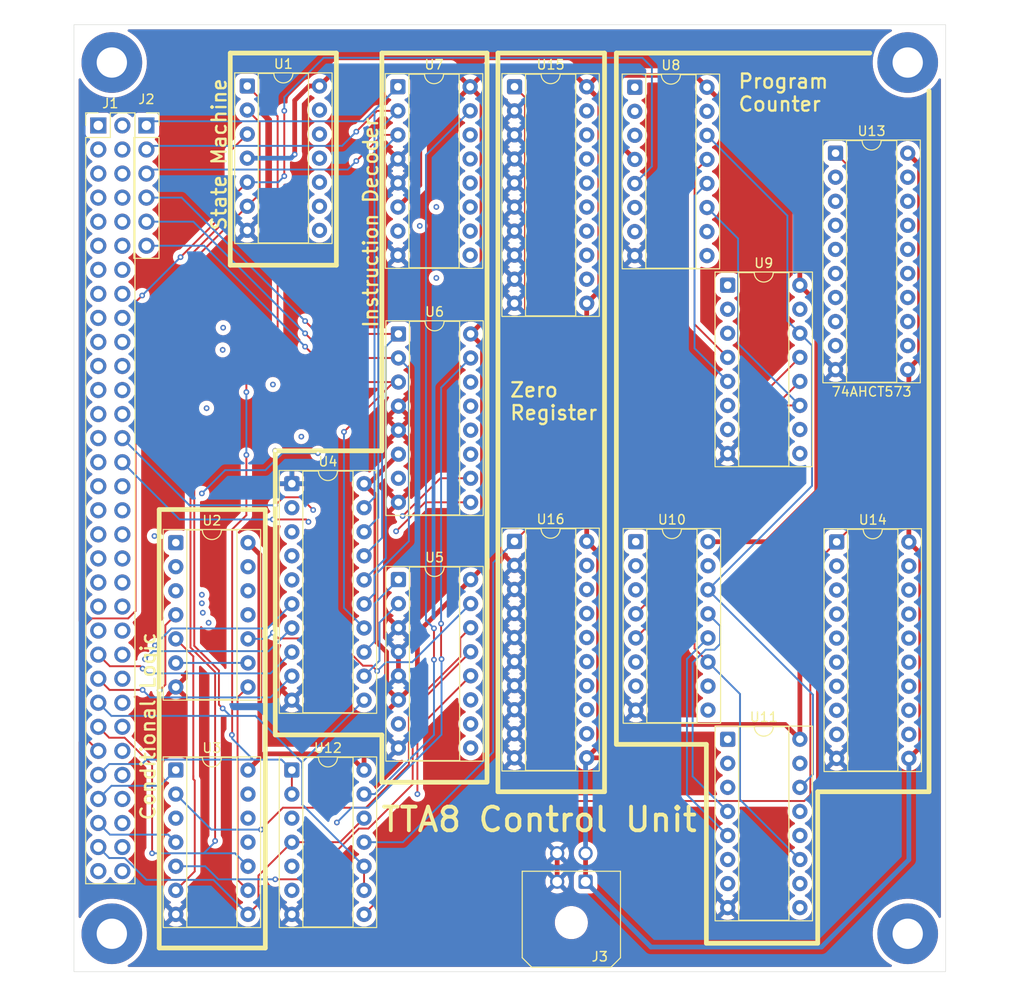
<source format=kicad_pcb>
(kicad_pcb (version 20241229) (generator "pcbnew") (generator_version "9.0")
  (title_block (title "TTA8 Control Unit") (date "2025-03-04") (rev "0"))
  (layers (0 "F.Cu" signal) (4 "In1.Cu" signal) (6 "In2.Cu" signal) (2 "B.Cu" signal) (13 "F.Paste" user) (15 "B.Paste" user) (5 "F.SilkS" user "F.Silkscreen") (7 "B.SilkS" user "B.Silkscreen") (1 "F.Mask" user) (3 "B.Mask" user) (25 "Edge.Cuts" user))
  (net 0 "")
  (net 1 "LDI")
  (net 2 "EXC")
  (net 3 "A13")
  (net 4 "SRC5")
  (net 5 "D6")
  (net 6 "A14")
  (net 7 "D1")
  (net 8 "T9")
  (net 9 "T8")
  (net 10 "DST6")
  (net 11 "A15")
  (net 12 "src0")
  (net 13 "T0")
  (net 14 "A4")
  (net 15 "DST1")
  (net 16 "A0")
  (net 17 "T15")
  (net 18 "T14")
  (net 19 "T7")
  (net 20 "A6")
  (net 21 "T1")
  (net 22 "DST2")
  (net 23 "D7")
  (net 24 "T13")
  (net 25 "A3")
  (net 26 "ZERO")
  (net 27 "D2")
  (net 28 "A7")
  (net 29 "MVI")
  (net 30 "{slash}R")
  (net 31 "A9")
  (net 32 "DST4")
  (net 33 "T6")
  (net 34 "SRC1")
  (net 35 "A12")
  (net 36 "SRC3")
  (net 37 "D4")
  (net 38 "T4")
  (net 39 "DST3")
  (net 40 "A1")
  (net 41 "A2")
  (net 42 "T5")
  (net 43 "SRC2")
  (net 44 "T2")
  (net 45 "A8")
  (net 46 "dst0")
  (net 47 "A10")
  (net 48 "D5")
  (net 49 "SRC7")
  (net 50 "D3")
  (net 51 "D0")
  (net 52 "A5")
  (net 53 "CLK")
  (net 54 "MOV")
  (net 55 "SRC6")
  (net 56 "DST7")
  (net 57 "CARRY")
  (net 58 "A11")
  (net 59 "DST5")
  (net 60 "T3")
  (net 61 "T12")
  (net 62 "T11")
  (net 63 "T10")
  (net 64 "SRC4")
  (net 65 "GND")
  (net 66 "+5V")
  (net 67 "srce2")
  (net 68 "dste0")
  (net 69 "srce0")
  (net 70 "dste2")
  (net 71 "dste1")
  (net 72 "srce1")
  (net 79 "R")
  (net 82 "Net-(U2-Pad6)")
  (net 84 "mv")
  (net 87 "Net-(U2-Pad4)")
  (net 88 "mvz")
  (net 89 "mvc")
  (net 93 "Net-(U2-Pad5)")
  (net 95 "Net-(U2-Pad8)")
  (net 96 "Net-(U4-Q7)")
  (net 97 "Net-(U4-Q6)")
  (net 102 "a2")
  (net 103 "a3")
  (net 104 "Net-(U10-UP)")
  (net 105 "a0")
  (net 106 "a1")
  (net 107 "Net-(U10-DOWN)")
  (net 108 "a7")
  (net 109 "a5")
  (net 110 "Net-(U10-~{LOAD})")
  (net 111 "a6")
  (net 112 "a4")
  (net 113 "a10")
  (net 114 "a11")
  (net 115 "a9")
  (net 116 "a8")
  (net 117 "Net-(U10-~{BO})")
  (net 118 "a13")
  (net 119 "a14")
  (net 120 "a12")
  (net 121 "a15")
  (net 122 "Net-(U10-~{CO})")
  (net 123 "Net-(U8-~{CO})")
  (net 124 "Net-(U8-~{BO})")
  (net 131 "Net-(U13-OE)")
  (net 132 "Net-(U15-OE)")
  (footprint "Connector_PinSocket_2.54mm:PinSocket_1x06_P2.54mm_Vertical" (layer "F.Cu") (at 62.65 57.645)
    (property "Reference" "J2")
    (property "Value" "Conn_01x06")
  )
  (footprint "Package_DIP:DIP-16_W7.62mm_Socket" (layer "F.Cu") (at 89.25 105.6)
    (property "Reference" "U5")
    (property "Value" "74HCT238")
  )
  (footprint "MountingHole:MountingHole_3.2mm_M3_Pad" (layer "F.Cu") (at 59 143)
    (property "Reference" "H3" (hide yes))
    (property "Value" "MountingHole_Pad" (hide yes))
  )
  (footprint "MountingHole:MountingHole_3.2mm_M3_Pad" (layer "F.Cu") (at 143 51)
    (property "Reference" "H2" (hide yes))
    (property "Value" "MountingHole_Pad" (hide yes))
  )
  (footprint "Package_DIP:DIP-20_W7.62mm_Socket" (layer "F.Cu") (at 135.38 60.57)
    (property "Reference" "U13")
    (property "Value" "74AHCT573")
  )
  (footprint "Connector_PinHeader_2.54mm:PinHeader_2x32_P2.54mm_Vertical" (layer "F.Cu") (at 57.57 57.645)
    (property "Reference" "J1")
    (property "Value" "Conn_02x32_Counter_Clockwise")
  )
  (footprint "Package_DIP:DIP-16_W7.62mm_Socket" (layer "F.Cu") (at 114.195 53.61)
    (property "Reference" "U8")
    (property "Value" "74HCT193")
  )
  (footprint "Package_DIP:DIP-16_W7.62mm_Socket" (layer "F.Cu") (at 123.995 74.51)
    (property "Reference" "U9")
    (property "Value" "74HCT193")
  )
  (footprint "Package_DIP:DIP-20_W7.62mm_Socket" (layer "F.Cu") (at 78 95.47)
    (property "Reference" "U4")
    (property "Value" "74AHCT573")
  )
  (footprint "MountingHole:MountingHole_3.2mm_M3_Pad" (layer "F.Cu") (at 59 51)
    (property "Reference" "H1" (hide yes))
    (property "Value" "MountingHole_Pad" (hide yes))
  )
  (footprint "Package_DIP:DIP-14_W7.62mm_Socket" (layer "F.Cu") (at 65.75 125.71)
    (property "Reference" "U3")
    (property "Value" "74AHCT08")
  )
  (footprint "Package_DIP:DIP-14_W7.62mm_Socket" (layer "F.Cu") (at 73.295 53.48)
    (property "Reference" "U1")
    (property "Value" "74AHCT74")
  )
  (footprint "Package_DIP:DIP-16_W7.62mm_Socket" (layer "F.Cu") (at 89.195 53.56)
    (property "Reference" "U7")
    (property "Value" "74HCT238")
  )
  (footprint "Package_DIP:DIP-16_W7.62mm_Socket" (layer "F.Cu") (at 114.3 101.6)
    (property "Reference" "U10")
    (property "Value" "74HCT193")
  )
  (footprint "Package_DIP:DIP-16_W7.62mm_Socket" (layer "F.Cu") (at 124 122.46)
    (property "Reference" "U11")
    (property "Value" "74HCT193")
  )
  (footprint "Package_DIP:DIP-14_W7.62mm_Socket" (layer "F.Cu") (at 65.75 101.7)
    (property "Reference" "U2")
    (property "Value" "74AHCT32")
  )
  (footprint "Package_DIP:DIP-16_W7.62mm_Socket" (layer "F.Cu") (at 89.25 79.66)
    (property "Reference" "U6")
    (property "Value" "74HCT238")
  )
  (footprint "Connector_Molex:Molex_Micro-Fit_3.0_43045-0400_2x02_P3.00mm_Horizontal" (layer "F.Cu") (at 109 137.5 180)
    (property "Reference" "J3")
    (property "Value" "Conn_02x02_Odd_Even")
  )
  (footprint "MountingHole:MountingHole_3.2mm_M3_Pad" (layer "F.Cu") (at 143 143)
    (property "Reference" "H4" (hide yes))
    (property "Value" "MountingHole_Pad" (hide yes))
  )
  (footprint "Package_DIP:DIP-20_W7.62mm_Socket" (layer "F.Cu") (at 101.5 53.56)
    (property "Reference" "U15")
    (property "Value" "74AHCT573")
  )
  (footprint "Package_DIP:DIP-20_W7.62mm_Socket" (layer "F.Cu") (at 135.5 101.62)
    (property "Reference" "U14")
    (property "Value" "74AHCT573")
  )
  (footprint "Package_DIP:DIP-14_W7.62mm_Socket" (layer "F.Cu") (at 78 125.71)
    (property "Reference" "U12")
    (property "Value" "74AHCT00")
  )
  (footprint "Package_DIP:DIP-20_W7.62mm_Socket" (layer "F.Cu") (at 101.5 101.56)
    (property "Reference" "U16")
    (property "Value" "74AHCT573")
  )
  (gr_line (start 121.75 123) (end 121.75 144) (stroke (width 0.5)) (layer "F.SilkS"))
  (gr_line (start 87.5 50) (end 98.6 50) (stroke (width 0.5)) (layer "F.SilkS"))
  (gr_line (start 111 128) (end 111 50) (stroke (width 0.5)) (layer "F.SilkS"))
  (gr_line (start 112.25 50) (end 112.25 123) (stroke (width 0.5)) (layer "F.SilkS"))
  (gr_line (start 98.5 127) (end 87.5 127) (stroke (width 0.5)) (layer "F.SilkS"))
  (gr_line (start 112.25 123) (end 121.75 123) (stroke (width 0.5)) (layer "F.SilkS"))
  (gr_line (start 76.25 122) (end 76.25 92) (stroke (width 0.5)) (layer "F.SilkS"))
  (gr_line (start 99.75 50) (end 99.75 128) (stroke (width 0.5)) (layer "F.SilkS"))
  (gr_line (start 145.25 128) (end 145.25 54) (stroke (width 0.5)) (layer "F.SilkS"))
  (gr_line (start 82.7 72.4) (end 71.5 72.4) (stroke (width 0.5)) (layer "F.SilkS"))
  (gr_line (start 82.7 50) (end 71.5 50) (stroke (width 0.5)) (layer "F.SilkS"))
  (gr_line (start 75.2 98.2) (end 64 98.2) (stroke (width 0.5)) (layer "F.SilkS"))
  (gr_line (start 75.2 144.5) (end 75.2 98.2) (stroke (width 0.5)) (layer "F.SilkS"))
  (gr_line (start 87.5 122) (end 76.25 122) (stroke (width 0.5)) (layer "F.SilkS"))
  (gr_line (start 139 50) (end 112.25 50) (stroke (width 0.5)) (layer "F.SilkS"))
  (gr_line (start 121.75 144) (end 133.5 144) (stroke (width 0.5)) (layer "F.SilkS"))
  (gr_line (start 133.5 144) (end 133.5 128) (stroke (width 0.5)) (layer "F.SilkS"))
  (gr_line (start 71.5 50) (end 71.5 72.4) (stroke (width 0.5)) (layer "F.SilkS"))
  (gr_line (start 82.7 50) (end 82.7 72.4) (stroke (width 0.5)) (layer "F.SilkS"))
  (gr_line (start 99.75 128) (end 111 128) (stroke (width 0.5)) (layer "F.SilkS"))
  (gr_line (start 76.25 92) (end 87.5 92) (stroke (width 0.5)) (layer "F.SilkS"))
  (gr_line (start 133.5 128) (end 145.25 128) (stroke (width 0.5)) (layer "F.SilkS"))
  (gr_line (start 87.5 92) (end 87.5 50) (stroke (width 0.5)) (layer "F.SilkS"))
  (gr_line (start 87.5 127) (end 87.5 122) (stroke (width 0.5)) (layer "F.SilkS"))
  (gr_line (start 64 144.5) (end 75.2 144.5) (stroke (width 0.5)) (layer "F.SilkS"))
  (gr_line (start 111 50) (end 99.75 50) (stroke (width 0.5)) (layer "F.SilkS"))
  (gr_line (start 64 98.2) (end 64 144.5) (stroke (width 0.5)) (layer "F.SilkS"))
  (gr_line (start 98.6 50) (end 98.6 127) (stroke (width 0.5)) (layer "F.SilkS"))
  (gr_rect (start 55 47) (end 147 147) (stroke (width 0.05)) (fill no) (layer "Edge.Cuts"))
  (gr_text "TTA8 Control Unit" (at 104.1 132.4 0) (layer "F.SilkS") (effects (font (size 2.5 2.5) (thickness 0.4)) (justify bottom)))
  (gr_text "Zero \nRegister" (at 100.9 84.7 0) (layer "F.SilkS") (effects (font (size 1.5 1.5) (thickness 0.25)) (justify left top)))
  (gr_text "State Machine" (at 71.2 60.7 90) (layer "F.SilkS") (effects (font (size 1.5 1.5) (thickness 0.25)) (justify bottom)))
  (gr_text "Instruction Decoder" (at 87.2 67.9 90) (layer "F.SilkS") (effects (font (size 1.5 1.5) (thickness 0.25)) (justify bottom)))
  (gr_text "Conditional Logic" (at 63.7 121.1 90) (layer "F.SilkS") (effects (font (size 1.5 1.5) (thickness 0.25)) (justify bottom)))
  (gr_text "Program \nCounter" (at 125 52.1 0) (layer "F.SilkS") (effects (font (size 1.5 1.5) (thickness 0.25)) (justify left top)))
  (segment (start 85.62 138.41) (end 85.62 135.87) (width 0.2) (layer "F.Cu") (net 1))
  (segment (start 73.295 66.18) (end 67.701 71.774) (width 0.2) (layer "F.Cu") (net 1))
  (segment (start 74.6 64.875) (end 74.6 57.325) (width 0.2) (layer "F.Cu") (net 1))
  (segment (start 73.295 66.18) (end 74.6 64.875) (width 0.2) (layer "F.Cu") (net 1))
  (segment (start 67.701 112.59895) (end 70.301 115.19895) (width 0.2) (layer "F.Cu") (net 1))
  (segment (start 70.301 115.19895) (end 70.301 118.806) (width 0.2) (layer "F.Cu") (net 1))
  (segment (start 67.701 71.774) (end 67.701 112.59895) (width 0.2) (layer "F.Cu") (net 1))
  (segment (start 74.6 57.325) (end 73.295 56.02) (width 0.2) (layer "F.Cu") (net 1))
  (segment (start 70.301 118.806) (end 70.7 119.205) (width 0.2) (layer "F.Cu") (net 1))
  (via (at 70.7 119.205) (size 0.6) (drill 0.3) (layers "F.Cu" "B.Cu") (net 1))
  (segment (start 71.5 119.994) (end 58.959 119.994) (width 0.2) (layer "B.Cu") (net 1))
  (segment (start 70.711 119.205) (end 71.5 119.994) (width 0.2) (layer "B.Cu") (net 1))
  (segment (start 74.17016 119.994) (end 71.5 119.994) (width 0.2) (layer "B.Cu") (net 1))
  (segment (start 79.101 124.92484) (end 74.17016 119.994) (width 0.2) (layer "B.Cu") (net 1))
  (segment (start 85.62 135.87) (end 79.101 129.351) (width 0.2) (layer "B.Cu") (net 1))
  (segment (start 79.101 129.351) (end 79.101 125.5) (width 0.2) (layer "B.Cu") (net 1))
  (segment (start 79.101 124.849) (end 79.101 125.5) (width 0.2) (layer "B.Cu") (net 1))
  (segment (start 70.7 119.205) (end 70.711 119.205) (width 0.2) (layer "B.Cu") (net 1))
  (segment (start 79.101 125.5) (end 79.101 124.92484) (width 0.2) (layer "B.Cu") (net 1))
  (segment (start 58.959 119.994) (end 57.57 118.605) (width 0.2) (layer "B.Cu") (net 1))
  (segment (start 85.62 118.33) (end 79.101 124.849) (width 0.2) (layer "B.Cu") (net 1))
  (segment (start 71.901 65.034) (end 71.901 66.749) (width 0.2) (layer "F.Cu") (net 2))
  (segment (start 71.901 66.749) (end 67.3 71.35) (width 0.2) (layer "F.Cu") (net 2))
  (segment (start 69.9 115.36505) (end 69.9 133.2) (width 0.2) (layer "F.Cu") (net 2))
  (segment (start 58.721 122.296) (end 57.57 121.145) (width 0.2) (layer "F.Cu") (net 2))
  (segment (start 60.34876 122.296) (end 58.721 122.296) (width 0.2) (layer "F.Cu") (net 2))
  (segment (start 67.3 71.35) (end 67.3 112.76505) (width 0.2) (layer "F.Cu") (net 2))
  (segment (start 63.25 125.19724) (end 60.34876 122.296) (width 0.2) (layer "F.Cu") (net 2))
  (segment (start 73.295 63.64) (end 71.901 65.034) (width 0.2) (layer "F.Cu") (net 2))
  (segment (start 67.3 112.76505) (end 69.9 115.36505) (width 0.2) (layer "F.Cu") (net 2))
  (segment (start 77.2 56.1) (end 77.2 63) (width 0.2) (layer "F.Cu") (net 2))
  (segment (start 63.25 134.5) (end 63.25 125.19724) (width 0.2) (layer "F.Cu") (net 2))
  (via (at 69.9 133.2) (size 0.6) (drill 0.3) (layers "F.Cu" "B.Cu") (net 2))
  (via (at 77.2 56.1) (size 0.6) (drill 0.3) (layers "F.Cu" "B.Cu") (net 2))
  (via (at 77.2 63) (size 0.6) (drill 0.3) (layers "F.Cu" "B.Cu") (net 2))
  (via (at 63.25 134.5) (size 0.6) (drill 0.3) (layers "F.Cu" "B.Cu") (net 2))
  (segment (start 116 61.965) (end 114.195 63.77) (width 0.2) (layer "B.Cu") (net 2))
  (segment (start 72 134.5) (end 68.7 134.5) (width 0.2) (layer "B.Cu") (net 2))
  (segment (start 76.56 63.64) (end 73.295 63.64) (width 0.2) (layer "B.Cu") (net 2))
  (segment (start 77.2 56.1) (end 77.2 54.6483) (width 0.2) (layer "B.Cu") (net 2))
  (segment (start 69.9 133.2) (end 69.9 133.3) (width 0.2) (layer "B.Cu") (net 2))
  (segment (start 116 51.5) (end 116 61.965) (width 0.2) (layer "B.Cu") (net 2))
  (segment (start 73.37 135.87) (end 72 134.5) (width 0.2) (layer "B.Cu") (net 2))
  (segment (start 81.3483 50.5) (end 115 50.5) (width 0.2) (layer "B.Cu") (net 2))
  (segment (start 115 50.5) (end 116 51.5) (width 0.2) (layer "B.Cu") (net 2))
  (segment (start 68.7 134.5) (end 63.25 134.5) (width 0.2) (layer "B.Cu") (net 2))
  (segment (start 77.2 63) (end 76.56 63.64) (width 0.2) (layer "B.Cu") (net 2))
  (segment (start 77.2 54.6483) (end 81.3483 50.5) (width 0.2) (layer "B.Cu") (net 2))
  (segment (start 69.9 133.3) (end 68.7 134.5) (width 0.2) (layer "B.Cu") (net 2))
  (via (at 91.5 68.25) (size 0.6) (drill 0.3) (layers "F.Cu" "B.Cu") (net 4))
  (segment (start 62.25 115) (end 62 114.75) (width 0.2) (layer "F.Cu") (net 5))
  (segment (start 62 114.75) (end 58.795 114.75) (width 0.2) (layer "F.Cu") (net 5))
  (segment (start 58.795 114.75) (end 57.57 113.525) (width 0.2) (layer "F.Cu") (net 5))
  (via (at 62.25 115) (size 0.6) (drill 0.3) (layers "F.Cu" "B.Cu") (net 5))
  (segment (start 62.751 115.501) (end 62.25 115) (width 0.2) (layer "B.Cu") (net 5))
  (segment (start 75.749 115.501) (end 62.751 115.501) (width 0.2) (layer "B.Cu") (net 5))
  (segment (start 78 113.25) (end 75.749 115.501) (width 0.2) (layer "B.Cu") (net 5))
  (via (at 68.5 108.1) (size 0.6) (drill 0.3) (layers "F.Cu" "B.Cu") (net 7))
  (segment (start 79.5 99.25) (end 76 99.25) (width 0.2) (layer "F.Cu") (net 10))
  (segment (start 89 100.5) (end 92.06 97.44) (width 0.2) (layer "F.Cu") (net 10))
  (segment (start 79.75 99.5) (end 79.5 99.25) (width 0.2) (layer "F.Cu") (net 10))
  (segment (start 92.06 97.44) (end 96.87 97.44) (width 0.2) (layer "F.Cu") (net 10))
  (via (at 76 99.25) (size 0.6) (drill 0.3) (layers "F.Cu" "B.Cu") (net 10))
  (via (at 89 100.5) (size 0.6) (drill 0.3) (layers "F.Cu" "B.Cu") (net 10))
  (via (at 79.75 99.5) (size 0.6) (drill 0.3) (layers "F.Cu" "B.Cu") (net 10))
  (segment (start 76 99.25) (end 66.155 99.25) (width 0.2) (layer "B.Cu") (net 10))
  (segment (start 66.155 99.25) (end 60.11 93.205) (width 0.2) (layer "B.Cu") (net 10))
  (segment (start 93 110.75) (end 93 114.059) (width 0.2) (layer "F.Cu") (net 12))
  (via (at 93 110.75) (size 0.6) (drill 0.3) (layers "F.Cu" "B.Cu") (net 12))
  (via (at 93 114.059) (size 0.6) (drill 0.3) (layers "F.Cu" "B.Cu") (net 12))
  (segment (start 86.75137 128.25) (end 85.62 128.25) (width 0.2) (layer "B.Cu") (net 12))
  (segment (start 93 122.00137) (end 86.75137 128.25) (width 0.2) (layer "B.Cu") (net 12))
  (segment (start 92.15355 109.90355) (end 93 110.75) (width 0.2) (layer "B.Cu") (net 12))
  (segment (start 93 114.059) (end 93 122.00137) (width 0.2) (layer "B.Cu") (net 12))
  (segment (start 92.15355 60.76145) (end 92.15355 109.90355) (width 0.2) (layer "B.Cu") (net 12))
  (segment (start 96.815 56.1) (end 92.15355 60.76145) (width 0.2) (layer "B.Cu") (net 12))
  (via (at 70.75 79) (size 0.6) (drill 0.3) (layers "F.Cu" "B.Cu") (net 15))
  (via (at 70.7 81.341) (size 0.6) (drill 0.3) (layers "F.Cu" "B.Cu") (net 22))
  (segment (start 58.755 117.25) (end 57.57 116.065) (width 0.2) (layer "F.Cu") (net 23))
  (segment (start 62.25 117.25) (end 58.755 117.25) (width 0.2) (layer "F.Cu") (net 23))
  (via (at 62.25 117.25) (size 0.6) (drill 0.3) (layers "F.Cu" "B.Cu") (net 23))
  (segment (start 75.749 118.041) (end 63.041 118.041) (width 0.2) (layer "B.Cu") (net 23))
  (segment (start 78 115.79) (end 75.749 118.041) (width 0.2) (layer "B.Cu") (net 23))
  (segment (start 63.041 118.041) (end 62.25 117.25) (width 0.2) (layer "B.Cu") (net 23))
  (segment (start 65.75 133.33) (end 64.950001 132.530001) (width 0.2) (layer "B.Cu") (net 26))
  (segment (start 64.950001 132.530001) (end 58.795001 132.530001) (width 0.2) (layer "B.Cu") (net 26))
  (segment (start 58.795001 132.530001) (end 57.57 131.305) (width 0.2) (layer "B.Cu") (net 26))
  (via (at 68.6 109.1) (size 0.6) (drill 0.3) (layers "F.Cu" "B.Cu") (net 27))
  (segment (start 91.25 128.25) (end 91.25 121.38) (width 0.2) (layer "F.Cu") (net 29))
  (segment (start 91.25 121.38) (end 96.87 115.76) (width 0.2) (layer "F.Cu") (net 29))
  (via (at 91.25 128.25) (size 0.6) (drill 0.3) (layers "F.Cu" "B.Cu") (net 29))
  (segment (start 73.2 85.8) (end 73.2 83.7) (width 0.2) (layer "F.Cu") (net 30))
  (segment (start 71.7 121.969) (end 71.7 100.3) (width 0.2) (layer "F.Cu") (net 30))
  (segment (start 73.2 92.439) (end 73.2 98.8) (width 0.2) (layer "F.Cu") (net 30))
  (segment (start 71.669 122) (end 71.7 121.969) (width 0.2) (layer "F.Cu") (net 30))
  (segment (start 76.5 56.685) (end 73.295 53.48) (width 0.2) (layer "F.Cu") (net 30))
  (segment (start 76.5 80.4) (end 76.5 56.685) (width 0.2) (layer "F.Cu") (net 30))
  (segment (start 73.2 83.7) (end 76.5 80.4) (width 0.2) (layer "F.Cu") (net 30))
  (segment (start 78 125.71) (end 78 128.25) (width 0.2) (layer "F.Cu") (net 30))
  (segment (start 71.7 100.3) (end 73.2 98.8) (width 0.2) (layer "F.Cu") (net 30))
  (via (at 73.2 92.439) (size 0.6) (drill 0.3) (layers "F.Cu" "B.Cu") (net 30))
  (via (at 71.669 122) (size 0.6) (drill 0.3) (layers "F.Cu" "B.Cu") (net 30))
  (via (at 73.2 85.8) (size 0.6) (drill 0.3) (layers "F.Cu" "B.Cu") (net 30))
  (segment (start 62.187 125.074) (end 58.721 125.074) (width 0.2) (layer "B.Cu") (net 30))
  (segment (start 62.652 124.609) (end 62.187 125.074) (width 0.2) (layer "B.Cu") (net 30))
  (segment (start 78 125.71) (end 76.899 124.609) (width 0.2) (layer "B.Cu") (net 30))
  (segment (start 58.721 125.074) (end 57.57 126.225) (width 0.2) (layer "B.Cu") (net 30))
  (segment (start 73.2 85.8) (end 73.2 92.439) (width 0.2) (layer "B.Cu") (net 30))
  (segment (start 71.669 122) (end 71.7 122.031) (width 0.2) (layer "B.Cu") (net 30))
  (segment (start 76.899 124.609) (end 74.5 124.609) (width 0.2) (layer "B.Cu") (net 30))
  (segment (start 71.7 122.031) (end 71.7 122.4) (width 0.2) (layer "B.Cu") (net 30))
  (segment (start 71.7 122.4) (end 73.909 124.609) (width 0.2) (layer "B.Cu") (net 30))
  (segment (start 73.909 124.609) (end 74.5 124.609) (width 0.2) (layer "B.Cu") (net 30))
  (segment (start 74.5 124.609) (end 62.652 124.609) (width 0.2) (layer "B.Cu") (net 30))
  (via (at 79 90.5) (size 0.6) (drill 0.3) (layers "F.Cu" "B.Cu") (net 32))
  (via (at 69 87.5) (size 0.6) (drill 0.3) (layers "F.Cu" "B.Cu") (net 32))
  (via (at 76.25 92) (size 0.6) (drill 0.3) (layers "F.Cu" "B.Cu") (net 32))
  (via (at 63.555645 112.555645) (size 0.6) (drill 0.3) (layers "F.Cu" "B.Cu") (net 37))
  (segment (start 75.411 110.759) (end 65.29395 110.759) (width 0.2) (layer "B.Cu") (net 37))
  (segment (start 65.29395 110.759) (end 63.555645 112.497305) (width 0.2) (layer "B.Cu") (net 37))
  (segment (start 78 108.17) (end 75.411 110.759) (width 0.2) (layer "B.Cu") (net 37))
  (segment (start 63.555645 112.497305) (end 63.555645 112.555645) (width 0.2) (layer "B.Cu") (net 37))
  (via (at 76 85) (size 0.6) (drill 0.3) (layers "F.Cu" "B.Cu") (net 39))
  (segment (start 93.75 113.948722) (end 93.797538 113.99626) (width 0.2) (layer "F.Cu") (net 46))
  (segment (start 93.75 110.25) (end 93.75 113.948722) (width 0.2) (layer "F.Cu") (net 46))
  (via (at 93.797538 113.99626) (size 0.6) (drill 0.3) (layers "F.Cu" "B.Cu") (net 46))
  (via (at 93.75 110.25) (size 0.6) (drill 0.3) (layers "F.Cu" "B.Cu") (net 46))
  (via (at 82.75 131.25) (size 0.6) (drill 0.3) (layers "F.Cu" "B.Cu") (net 46))
  (segment (start 93.797538 121.967512) (end 86.07605 129.689) (width 0.2) (layer "B.Cu") (net 46))
  (segment (start 84.311 129.689) (end 82.75 131.25) (width 0.2) (layer "B.Cu") (net 46))
  (segment (start 93.75 85.32) (end 93.75 110.25) (width 0.2) (layer "B.Cu") (net 46))
  (segment (start 96.87 82.2) (end 93.75 85.32) (width 0.2) (layer "B.Cu") (net 46))
  (segment (start 86.07605 129.689) (end 84.311 129.689) (width 0.2) (layer "B.Cu") (net 46))
  (segment (start 93.797538 113.99626) (end 93.797538 121.967512) (width 0.2) (layer "B.Cu") (net 46))
  (via (at 62.5 114) (size 0.6) (drill 0.3) (layers "F.Cu" "B.Cu") (net 48))
  (segment (start 63.343355 113.156645) (end 62.5 114) (width 0.2) (layer "B.Cu") (net 48))
  (segment (start 78 110.71) (end 75.553355 113.156645) (width 0.2) (layer "B.Cu") (net 48))
  (segment (start 75.553355 113.156645) (end 63.343355 113.156645) (width 0.2) (layer "B.Cu") (net 48))
  (via (at 69.214579 110.159) (size 0.6) (drill 0.3) (layers "F.Cu" "B.Cu") (net 50))
  (via (at 68.5 107.2) (size 0.6) (drill 0.3) (layers "F.Cu" "B.Cu") (net 51))
  (segment (start 61.5 76.3) (end 62.2 75.6) (width 0.2) (layer "F.Cu") (net 53))
  (segment (start 71.5 66.3) (end 71.5 60.355) (width 0.2) (layer "F.Cu") (net 53))
  (segment (start 56.2 110.4) (end 56.9 109.7) (width 0.2) (layer "F.Cu") (net 53))
  (segment (start 57.57 123.685) (end 56.2 122.315) (width 0.2) (layer "F.Cu") (net 53))
  (segment (start 61.5 108.92076) (end 61.5 76.3) (width 0.2) (layer "F.Cu") (net 53))
  (segment (start 71.5 60.355) (end 73.295 58.56) (width 0.2) (layer "F.Cu") (net 53))
  (segment (start 66.25 71.55) (end 71.5 66.3) (width 0.2) (layer "F.Cu") (net 53))
  (segment (start 56.2 122.315) (end 56.2 110.4) (width 0.2) (layer "F.Cu") (net 53))
  (segment (start 60.72076 109.7) (end 61.5 108.92076) (width 0.2) (layer "F.Cu") (net 53))
  (segment (start 56.9 109.7) (end 60.72076 109.7) (width 0.2) (layer "F.Cu") (net 53))
  (via (at 62.2 75.6) (size 0.6) (drill 0.3) (layers "F.Cu" "B.Cu") (net 53))
  (via (at 66.25 71.55) (size 0.6) (drill 0.3) (layers "F.Cu" "B.Cu") (net 53))
  (segment (start 66.25 71.55) (end 62.2 75.6) (width 0.2) (layer "B.Cu") (net 53))
  (segment (start 83.08 133.33) (end 85.62 130.79) (width 0.2) (layer "F.Cu") (net 54))
  (segment (start 74.471 139.849) (end 73.37 140.95) (width 0.2) (layer "F.Cu") (net 54))
  (segment (start 74.471 136.859) (end 74.471 139.849) (width 0.2) (layer "F.Cu") (net 54))
  (segment (start 78 133.33) (end 74.471 136.859) (width 0.2) (layer "F.Cu") (net 54))
  (segment (start 78 133.33) (end 83.08 133.33) (width 0.2) (layer "F.Cu") (net 54))
  (segment (start 73.37 140.95) (end 69.729 137.309) (width 0.2) (layer "B.Cu") (net 54))
  (segment (start 58.725 135) (end 57.57 133.845) (width 0.2) (layer "B.Cu") (net 54))
  (segment (start 62.66176 137.309) (end 60.35276 135) (width 0.2) (layer "B.Cu") (net 54))
  (segment (start 60.35276 135) (end 58.725 135) (width 0.2) (layer "B.Cu") (net 54))
  (segment (start 69.729 137.309) (end 62.66176 137.309) (width 0.2) (layer "B.Cu") (net 54))
  (via (at 93.25 73.75) (size 0.6) (drill 0.3) (layers "F.Cu" "B.Cu") (net 55))
  (via (at 68.5 96.5) (size 0.6) (drill 0.3) (layers "F.Cu" "B.Cu") (net 56))
  (via (at 80.75 92.25) (size 0.6) (drill 0.3) (layers "F.Cu" "B.Cu") (net 56))
  (via (at 63.5 101) (size 0.6) (drill 0.3) (layers "F.Cu" "B.Cu") (net 56))
  (segment (start 80.75 92.25) (end 77 92.25) (width 0.2) (layer "B.Cu") (net 56))
  (segment (start 70.959 94.041) (end 68.5 96.5) (width 0.2) (layer "B.Cu") (net 56))
  (segment (start 75.209 94.041) (end 70.959 94.041) (width 0.2) (layer "B.Cu") (net 56))
  (segment (start 77 92.25) (end 75.209 94.041) (width 0.2) (layer "B.Cu") (net 56))
  (segment (start 64.084 127.376) (end 58.959 127.376) (width 0.2) (layer "B.Cu") (net 57))
  (segment (start 58.959 127.376) (end 57.57 128.765) (width 0.2) (layer "B.Cu") (net 57))
  (segment (start 65.75 125.71) (end 64.084 127.376) (width 0.2) (layer "B.Cu") (net 57))
  (segment (start 78.909 96.909) (end 77.091 96.909) (width 0.2) (layer "F.Cu") (net 59))
  (segment (start 93.678599 94.9) (end 96.87 94.9) (width 0.2) (layer "F.Cu") (net 59))
  (segment (start 89.6893 98.8893) (end 93.678599 94.9) (width 0.2) (layer "F.Cu") (net 59))
  (segment (start 77.091 96.909) (end 76.25 97.75) (width 0.2) (layer "F.Cu") (net 59))
  (segment (start 80.25 98.25) (end 78.909 96.909) (width 0.2) (layer "F.Cu") (net 59))
  (via (at 89.6893 98.8893) (size 0.6) (drill 0.3) (layers "F.Cu" "B.Cu") (net 59))
  (via (at 80.25 98.25) (size 0.6) (drill 0.3) (layers "F.Cu" "B.Cu") (net 59))
  (via (at 76.25 97.75) (size 0.6) (drill 0.3) (layers "F.Cu" "B.Cu") (net 59))
  (segment (start 76.25 97.75) (end 67.195 97.75) (width 0.2) (layer "B.Cu") (net 59))
  (segment (start 67.195 97.75) (end 60.11 90.665) (width 0.2) (layer "B.Cu") (net 59))
  (via (at 93.25 66.25) (size 0.6) (drill 0.3) (layers "F.Cu" "B.Cu") (net 64))
  (segment (start 89.25 113.22) (end 89.25 115.76) (width 0.5) (layer "F.Cu") (net 65))
  (segment (start 106 134.5) (end 106 137.5) (width 0.5) (layer "F.Cu") (net 65))
  (segment (start 85.62 95.47) (end 86.14 95.47) (width 0.5) (layer "F.Cu") (net 66))
  (segment (start 82.895 51.5) (end 94.755 51.5) (width 0.5) (layer "F.Cu") (net 66))
  (segment (start 109.12 53.56) (end 110.321 52.359) (width 0.5) (layer "F.Cu") (net 66))
  (segment (start 98.875 51.5) (end 107.06 51.5) (width 0.5) (layer "F.Cu") (net 66))
  (segment (start 98.066 78.464) (end 96.87 79.66) (width 0.5) (layer "F.Cu") (net 66))
  (segment (start 96.815 53.56) (end 98.875 51.5) (width 0.5) (layer "F.Cu") (net 66))
  (segment (start 78.3 60.7) (end 78.3 55) (width 0.5) (layer "F.Cu") (net 66))
  (segment (start 73.37 125.71) (end 75.08 124) (width 0.5) (layer "F.Cu") (net 66))
  (segment (start 131.615 74.51) (end 133.4 76.295) (width 0.5) (layer "F.Cu") (net 66))
  (segment (start 120.564 52.359) (end 121.815 53.61) (width 0.5) (layer "F.Cu") (net 66))
  (segment (start 110.321 52.359) (end 120.564 52.359) (width 0.5) (layer "F.Cu") (net 66))
  (segment (start 86.871 96.721) (end 85.62 95.47) (width 0.5) (layer "F.Cu") (net 66))
  (segment (start 98.121 80.911) (end 98.121 104.349) (width 0.5) (layer "F.Cu") (net 66))
  (segment (start 85.62 121.93) (end 89.25 118.3) (width 0.5) (layer "F.Cu") (net 66))
  (segment (start 96.815 53.56) (end 91.5 58.875) (width 0.5) (layer "F.Cu") (net 66))
  (segment (start 133.4 76.295) (end 133.4 96.3) (width 0.5) (layer "F.Cu") (net 66))
  (segment (start 131.62 122.46) (end 130.06 120.9) (width 0.5) (layer "F.Cu") (net 66))
  (segment (start 86.14 95.47) (end 89.25 92.36) (width 0.5) (layer "F.Cu") (net 66))
  (segment (start 144.251 82.179) (end 143 83.43) (width 0.5) (layer "F.Cu") (net 66))
  (segment (start 110.5 54.94) (end 110.5 75.04) (width 0.5) (layer "F.Cu") (net 66))
  (segment (start 121.815 53.61) (end 131.615 63.41) (width 0.5) (layer "F.Cu") (net 66))
  (segment (start 117.163075 120.9) (end 113.643075 124.42) (width 0.5) (layer "F.Cu") (net 66))
  (segment (start 73.37 101.7) (end 74.621 102.951) (width 0.5) (layer "F.Cu") (net 66))
  (segment (start 87.999 113.249) (end 86.871 112.121) (width 0.5) (layer "F.Cu") (net 66))
  (segment (start 80.915 53.48) (end 82.895 51.5) (width 0.5) (layer "F.Cu") (net 66))
  (segment (start 107.06 51.5) (end 109.12 53.56) (width 0.5) (layer "F.Cu") (net 66))
  (segment (start 98.066 54.811) (end 98.066 78.464) (width 0.5) (layer "F.Cu") (net 66))
  (segment (start 112 59.035) (end 114.195 61.23) (width 0.5) (layer "F.Cu") (net 66))
  (segment (start 110.371 123.169) (end 109.12 124.42) (width 0.5) (layer "F.Cu") (net 66))
  (segment (start 94.755 51.5) (end 96.815 53.56) (width 0.5) (layer "F.Cu") (net 66))
  (segment (start 109 134.5) (end 109 137.5) (width 0.5) (layer "F.Cu") (net 66))
  (segment (start 133.4 96.3) (end 128.1 101.6) (width 0.5) (layer "F.Cu") (net 66))
  (segment (start 144.371 102.871) (end 144.371 123.229) (width 0.5) (layer "F.Cu") (net 66))
  (segment (start 91.5 58.875) (end 91.5 63.955) (width 0.5) (layer "F.Cu") (net 66))
  (segment (start 109.12 53.56) (end 110.5 54.94) (width 0.5) (layer "F.Cu") (net 66))
  (segment (start 128.1 101.6) (end 131.62 105.12) (width 0.5) (layer "F.Cu") (net 66))
  (segment (start 91.5 63.955) (end 89.195 66.26) (width 0.5) (layer "F.Cu") (net 66))
  (segment (start 144.371 123.229) (end 143.12 124.48) (width 0.5) (layer "F.Cu") (net 66))
  (segment (start 91.25 111.22) (end 91.25 116.3) (width 0.5) (layer "F.Cu") (net 66))
  (segment (start 98.121 104.349) (end 96.87 105.6) (width 0.5) (layer "F.Cu") (net 66))
  (segment (start 91.25 116.3) (end 89.25 118.3) (width 0.5) (layer "F.Cu") (net 66))
  (segment (start 109.12 76.42) (end 109.12 101.56) (width 0.5) (layer "F.Cu") (net 66))
  (segment (start 109.12 101.56) (end 110.371 102.811) (width 0.5) (layer "F.Cu") (net 66))
  (segment (start 144.251 61.821) (end 144.251 82.179) (width 0.5) (layer "F.Cu") (net 66))
  (segment (start 74.621 102.951) (end 74.621 124.459) (width 0.5) (layer "F.Cu") (net 66))
  (segment (start 89.25 118.3) (end 87.999 117.049) (width 0.5) (layer "F.Cu") (net 66))
  (segment (start 143 60.57) (end 144.251 61.821) (width 0.5) (layer "F.Cu") (net 66))
  (segment (start 96.87 79.66) (end 98.121 80.911) (width 0.5) (layer "F.Cu") (net 66))
  (segment (start 79.82 53.48) (end 80.915 53.48) (width 0.5) (layer "F.Cu") (net 66))
  (segment (start 110.5 75.04) (end 109.12 76.42) (width 0.5) (layer "F.Cu") (net 66))
  (segment (start 143.12 84.12) (end 143.12 101.62) (width 0.5) (layer "F.Cu") (net 66))
  (segment (start 86.871 112.121) (end 86.871 96.721) (width 0.5) (layer "F.Cu") (net 66))
  (segment (start 109.12 53.56) (end 112 56.44) (width 0.5) (layer "F.Cu") (net 66))
  (segment (start 113.643075 124.42) (end 109.12 124.42) (width 0.5) (layer "F.Cu") (net 66))
  (segment (start 110.371 102.811) (end 110.371 123.169) (width 0.5) (layer "F.Cu") (net 66))
  (segment (start 85.62 125.71) (end 85.62 121.93) (width 0.5) (layer "F.Cu") (net 66))
  (segment (start 128.1 101.6) (end 121.92 101.6) (width 0.5) (layer "F.Cu") (net 66))
  (segment (start 130.06 120.9) (end 117.163075 120.9) (width 0.5) (layer "F.Cu") (net 66))
  (segment (start 78.3 55) (end 79.82 53.48) (width 0.5) (layer "F.Cu") (net 66))
  (segment (start 143 84) (end 143.12 84.12) (width 0.5) (layer "F.Cu") (net 66))
  (segment (start 112 56.44) (end 112 59.035) (width 0.5) (layer "F.Cu") (net 66))
  (segment (start 75.08 124) (end 83.91 124) (width 0.5) (layer "F.Cu") (net 66))
  (segment (start 131.615 63.41) (end 131.615 74.51) (width 0.5) (layer "F.Cu") (net 66))
  (segment (start 131.62 105.12) (end 131.62 122.46) (width 0.5) (layer "F.Cu") (net 66))
  (segment (start 74.621 124.459) (end 73.37 125.71) (width 0.5) (layer "F.Cu") (net 66))
  (segment (start 96.87 105.6) (end 91.25 111.22) (width 0.5) (layer "F.Cu") (net 66))
  (segment (start 96.815 53.56) (end 98.066 54.811) (width 0.5) (layer "F.Cu") (net 66))
  (segment (start 143.12 101.62) (end 144.371 102.871) (width 0.5) (layer "F.Cu") (net 66))
  (segment (start 143 83.43) (end 143 84) (width 0.5) (layer "F.Cu") (net 66))
  (segment (start 83.91 124) (end 85.62 125.71) (width 0.5) (layer "F.Cu") (net 66))
  (segment (start 87.999 117.049) (end 87.999 113.249) (width 0.5) (layer "F.Cu") (net 66))
  (via (at 78.3 60.7) (size 0.6) (drill 0.3) (layers "F.Cu" "B.Cu") (net 66))
  (segment (start 115.9 144.4) (end 133.9 144.4) (width 0.5) (layer "B.Cu") (net 66))
  (segment (start 109 137.5) (end 115.9 144.4) (width 0.5) (layer "B.Cu") (net 66))
  (segment (start 143.12 135.18) (end 143.12 124.48) (width 0.5) (layer "B.Cu") (net 66))
  (segment (start 109 134.5) (end 109 124.54) (width 0.5) (layer "B.Cu") (net 66))
  (segment (start 133.9 144.4) (end 143.12 135.18) (width 0.5) (layer "B.Cu") (net 66))
  (segment (start 77.9 61.1) (end 73.295 61.1) (width 0.5) (layer "B.Cu") (net 66))
  (segment (start 109 124.54) (end 109.12 124.42) (width 0.5) (layer "B.Cu") (net 66))
  (segment (start 78.3 60.7) (end 77.9 61.1) (width 0.5) (layer "B.Cu") (net 66))
  (segment (start 84.8 61.4) (end 87.56 58.64) (width 0.2) (layer "F.Cu") (net 67))
  (segment (start 87.56 58.64) (end 89.195 58.64) (width 0.2) (layer "F.Cu") (net 67))
  (via (at 84.8 61.4) (size 0.6) (drill 0.3) (layers "F.Cu" "B.Cu") (net 67))
  (segment (start 87.523 60.312) (end 87.523 101.187) (width 0.2) (layer "B.Cu") (net 67))
  (segment (start 89.195 58.64) (end 87.523 60.312) (width 0.2) (layer "B.Cu") (net 67))
  (segment (start 83.9 62.3) (end 84.8 61.4) (width 0.2) (layer "B.Cu") (net 67))
  (segment (start 63.075 62.3) (end 83.9 62.3) (width 0.2) (layer "B.Cu") (net 67))
  (segment (start 87.523 101.187) (end 85.62 103.09) (width 0.2) (layer "B.Cu") (net 67))
  (segment (start 62.65 62.725) (end 63.075 62.3) (width 0.2) (layer "B.Cu") (net 67))
  (segment (start 79.4 78.3) (end 80.76 79.66) (width 0.2) (layer "F.Cu") (net 68))
  (segment (start 80.76 79.66) (end 89.25 79.66) (width 0.2) (layer "F.Cu") (net 68))
  (via (at 79.4 78.3) (size 0.6) (drill 0.3) (layers "F.Cu" "B.Cu") (net 68))
  (segment (start 87.924 103.326) (end 85.62 105.63) (width 0.2) (layer "B.Cu") (net 68))
  (segment (start 87.924 80.986) (end 87.924 103.326) (width 0.2) (layer "B.Cu") (net 68))
  (segment (start 66.365 65.265) (end 62.65 65.265) (width 0.2) (layer "B.Cu") (net 68))
  (segment (start 89.25 79.66) (end 87.924 80.986) (width 0.2) (layer "B.Cu") (net 68))
  (segment (start 79.4 78.3) (end 66.365 65.265) (width 0.2) (layer "B.Cu") (net 68))
  (segment (start 86.721 56.034) (end 86.721 96.909) (width 0.2) (layer "B.Cu") (net 69))
  (segment (start 85.555 57.2) (end 89.195 53.56) (width 0.2) (layer "B.Cu") (net 69))
  (segment (start 62.65 57.645) (end 63.095 57.2) (width 0.2) (layer "B.Cu") (net 69))
  (segment (start 63.095 57.2) (end 85.555 57.2) (width 0.2) (layer "B.Cu") (net 69))
  (segment (start 86.721 96.909) (end 85.62 98.01) (width 0.2) (layer "B.Cu") (net 69))
  (segment (start 89.195 53.56) (end 86.721 56.034) (width 0.2) (layer "B.Cu") (net 69))
  (segment (start 79.4 81) (end 83.14 84.74) (width 0.2) (layer "F.Cu") (net 70))
  (segment (start 83.14 84.74) (end 89.25 84.74) (width 0.2) (layer "F.Cu") (net 70))
  (segment (start 88.76 84.74) (end 83.5 90) (width 0.2) (layer "F.Cu") (net 70))
  (segment (start 89.25 84.74) (end 88.76 84.74) (width 0.2) (layer "F.Cu") (net 70))
  (via (at 83.5 90) (size 0.6) (drill 0.3) (layers "F.Cu" "B.Cu") (net 70))
  (via (at 79.4 81) (size 0.6) (drill 0.3) (layers "F.Cu" "B.Cu") (net 70))
  (segment (start 62.65 70.345) (end 68.745 70.345) (width 0.2) (layer "B.Cu") (net 70))
  (segment (start 83.5 90) (end 83.5 108.59) (width 0.2) (layer "B.Cu") (net 70))
  (segment (start 83.5 108.59) (end 85.62 110.71) (width 0.2) (layer "B.Cu") (net 70))
  (segment (start 68.745 70.345) (end 79.4 81) (width 0.2) (layer "B.Cu") (net 70))
  (segment (start 79.4 79.6) (end 82 82.2) (width 0.2) (layer "F.Cu") (net 71))
  (segment (start 82 82.2) (end 89.25 82.2) (width 0.2) (layer "F.Cu") (net 71))
  (via (at 79.4 79.6) (size 0.6) (drill 0.3) (layers "F.Cu" "B.Cu") (net 71))
  (segment (start 86.721 105.17395) (end 90.351 101.54395) (width 0.2) (layer "B.Cu") (net 71))
  (segment (start 85.62 108.17) (end 86.721 107.069) (width 0.2) (layer "B.Cu") (net 71))
  (segment (start 86.721 107.069) (end 86.721 105.17395) (width 0.2) (layer "B.Cu") (net 71))
  (segment (start 67.605 67.805) (end 79.4 79.6) (width 0.2) (layer "B.Cu") (net 71))
  (segment (start 90.351 101.54395) (end 90.351 83.301) (width 0.2) (layer "B.Cu") (net 71))
  (segment (start 62.65 67.805) (end 67.605 67.805) (width 0.2) (layer "B.Cu") (net 71))
  (segment (start 90.351 83.301) (end 89.25 82.2) (width 0.2) (layer "B.Cu") (net 71))
  (segment (start 87 56.1) (end 89.195 56.1) (width 0.2) (layer "F.Cu") (net 72))
  (segment (start 84.8 58.3) (end 87 56.1) (width 0.2) (layer "F.Cu") (net 72))
  (via (at 84.8 58.3) (size 0.6) (drill 0.3) (layers "F.Cu" "B.Cu") (net 72))
  (segment (start 87.122 99.048) (end 85.62 100.55) (width 0.2) (layer "B.Cu") (net 72))
  (segment (start 87.122 58.173) (end 87.122 99.048) (width 0.2) (layer "B.Cu") (net 72))
  (segment (start 83.3 59.8) (end 84.8 58.3) (width 0.2) (layer "B.Cu") (net 72))
  (segment (start 63.035 59.8) (end 83.3 59.8) (width 0.2) (layer "B.Cu") (net 72))
  (segment (start 89.195 56.1) (end 87.122 58.173) (width 0.2) (layer "B.Cu") (net 72))
  (segment (start 62.65 60.185) (end 63.035 59.8) (width 0.2) (layer "B.Cu") (net 72))
  (segment (start 130.3 67.175) (end 130.3 78.275) (width 0.2) (layer "B.Cu") (net 79))
  (segment (start 131.615 79.59) (end 132.9 80.875) (width 0.2) (layer "B.Cu") (net 79))
  (segment (start 133 117.76) (end 133 126.16) (width 0.2) (layer "B.Cu") (net 79))
  (segment (start 133 126.16) (end 131.62 127.54) (width 0.2) (layer "B.Cu") (net 79))
  (segment (start 121.815 58.69) (end 130.3 67.175) (width 0.2) (layer "B.Cu") (net 79))
  (segment (start 121.92 106.68) (end 133 117.76) (width 0.2) (layer "B.Cu") (net 79))
  (segment (start 132.9 95.7) (end 121.92 106.68) (width 0.2) (layer "B.Cu") (net 79))
  (segment (start 130.3 78.275) (end 131.615 79.59) (width 0.2) (layer "B.Cu") (net 79))
  (segment (start 132.9 80.875) (end 132.9 95.7) (width 0.2) (layer "B.Cu") (net 79))
  (segment (start 65.75 114.4) (end 73.37 114.4) (width 0.2) (layer "B.Cu") (net 82))
  (segment (start 86.434265 114.689) (end 87.004265 115.259) (width 0.2) (layer "F.Cu") (net 84))
  (segment (start 76.6 111.811) (end 82.62395 111.811) (width 0.2) (layer "F.Cu") (net 84))
  (segment (start 82.62395 111.811) (end 85.50195 114.689) (width 0.2) (layer "F.Cu") (net 84))
  (segment (start 85.50195 114.689) (end 86.434265 114.689) (width 0.2) (layer "F.Cu") (net 84))
  (segment (start 76 111.211) (end 76.6 111.811) (width 0.2) (layer "F.Cu") (net 84))
  (via (at 87.004265 115.259) (size 0.6) (drill 0.3) (layers "F.Cu" "B.Cu") (net 84))
  (via (at 76 111.211) (size 0.6) (drill 0.3) (layers "F.Cu" "B.Cu") (net 84))
  (segment (start 90.689 114.321) (end 96.87 108.14) (width 0.2) (layer "B.Cu") (net 84))
  (segment (start 75.351 111.86) (end 76 111.211) (width 0.2) (layer "B.Cu") (net 84))
  (segment (start 87.942265 114.321) (end 90.689 114.321) (width 0.2) (layer "B.Cu") (net 84))
  (segment (start 73.37 111.86) (end 75.351 111.86) (width 0.2) (layer "B.Cu") (net 84))
  (segment (start 87.004265 115.259) (end 87.942265 114.321) (width 0.2) (layer "B.Cu") (net 84))
  (segment (start 64.649 110.421) (end 65.75 109.32) (width 0.2) (layer "F.Cu") (net 87))
  (segment (start 64.649 116.69753) (end 64.649 110.421) (width 0.2) (layer "F.Cu") (net 87))
  (segment (start 64.048265 117.298265) (end 64.649 116.69753) (width 0.2) (layer "F.Cu") (net 87))
  (via (at 64.048265 117.298265) (size 0.6) (drill 0.3) (layers "F.Cu" "B.Cu") (net 87))
  (segment (start 86.07605 131.891) (end 85.0861 131.891) (width 0.2) (layer "F.Cu") (net 88))
  (segment (start 90.752 127.21505) (end 86.07605 131.891) (width 0.2) (layer "F.Cu") (net 88))
  (segment (start 90.752 119.338) (end 90.752 127.21505) (width 0.2) (layer "F.Cu") (net 88))
  (segment (start 85.0861 131.891) (end 79.7271 137.25) (width 0.2) (layer "F.Cu") (net 88))
  (segment (start 79.7271 137.25) (end 76.25 137.25) (width 0.2) (layer "F.Cu") (net 88))
  (segment (start 96.87 113.22) (end 90.752 119.338) (width 0.2) (layer "F.Cu") (net 88))
  (via (at 76.25 137.25) (size 0.6) (drill 0.3) (layers "F.Cu" "B.Cu") (net 88))
  (segment (start 70.2371 137.25) (end 68.8571 135.87) (width 0.2) (layer "B.Cu") (net 88))
  (segment (start 76.25 137.25) (end 70.2371 137.25) (width 0.2) (layer "B.Cu") (net 88))
  (segment (start 68.8571 135.87) (end 65.75 135.87) (width 0.2) (layer "B.Cu") (net 88))
  (segment (start 95.769 111.781) (end 95.769 113.7539) (width 0.2) (layer "F.Cu") (net 89))
  (segment (start 96.87 110.68) (end 95.769 111.781) (width 0.2) (layer "F.Cu") (net 89))
  (segment (start 77.061 129.689) (end 74.75 132) (width 0.2) (layer "F.Cu") (net 89))
  (segment (start 90.351 119.1719) (end 90.351 125.149) (width 0.2) (layer "F.Cu") (net 89))
  (segment (start 95.769 113.7539) (end 90.351 119.1719) (width 0.2) (layer "F.Cu") (net 89))
  (segment (start 90.351 125.149) (end 85.811 129.689) (width 0.2) (layer "F.Cu") (net 89))
  (segment (start 85.811 129.689) (end 77.061 129.689) (width 0.2) (layer "F.Cu") (net 89))
  (via (at 74.75 132) (size 0.6) (drill 0.3) (layers "F.Cu" "B.Cu") (net 89))
  (segment (start 74.75 132) (end 69.5 132) (width 0.2) (layer "B.Cu") (net 89))
  (segment (start 69.5 132) (end 65.75 128.25) (width 0.2) (layer "B.Cu") (net 89))
  (segment (start 67.599 126.6661) (end 67.75 126.8171) (width 0.2) (layer "F.Cu") (net 93))
  (segment (start 67.599 126.3339) (end 67.599 126.4681) (width 0.2) (layer "F.Cu") (net 93))
  (segment (start 67.75 136.41) (end 65.75 138.41) (width 0.2) (layer "F.Cu") (net 93))
  (segment (start 65.75 111.86) (end 67.599 113.709) (width 0.2) (layer "F.Cu") (net 93))
  (segment (start 67.75 126.8171) (end 67.75 136.41) (width 0.2) (layer "F.Cu") (net 93))
  (segment (start 67.599 126.4681) (end 67.599 126.6661) (width 0.2) (layer "F.Cu") (net 93))
  (segment (start 67.599 113.709) (end 67.599 126.3339) (width 0.2) (layer "F.Cu") (net 93))
  (segment (start 73.37 116.94) (end 72.269 118.041) (width 0.2) (layer "F.Cu") (net 95))
  (segment (start 72.269 118.041) (end 72.269 137.309) (width 0.2) (layer "F.Cu") (net 95))
  (segment (start 72.269 137.309) (end 73.37 138.41) (width 0.2) (layer "F.Cu") (net 95))
  (segment (start 89.25 108.14) (end 87.25 110.14) (width 0.2) (layer "B.Cu") (net 96))
  (segment (start 87.25 114.16) (end 85.62 115.79) (width 0.2) (layer "B.Cu") (net 96))
  (segment (start 87.25 110.14) (end 87.25 114.16) (width 0.2) (layer "B.Cu") (net 96))
  (segment (start 86.721 108.129) (end 86.721 112.149) (width 0.2) (layer "B.Cu") (net 97))
  (segment (start 86.721 112.149) (end 85.62 113.25) (width 0.2) (layer "B.Cu") (net 97))
  (segment (start 89.25 105.6) (end 86.721 108.129) (width 0.2) (layer "B.Cu") (net 97))
  (segment (start 127.9 88.385) (end 127.9 92.4671) (width 0.2) (layer "F.Cu") (net 104))
  (segment (start 127.9 92.4671) (end 116.301 104.0661) (width 0.2) (layer "F.Cu") (net 104))
  (segment (start 131.615 84.67) (end 127.9 88.385) (width 0.2) (layer "F.Cu") (net 104))
  (segment (start 116.301 104.0661) (end 116.301 109.759) (width 0.2) (layer "F.Cu") (net 104))
  (segment (start 116.301 109.759) (end 114.3 111.76) (width 0.2) (layer "F.Cu") (net 104))
  (segment (start 127.5 88.2179) (end 127.499 88.2189) (width 0.2) (layer "F.Cu") (net 107))
  (segment (start 115.9 107.62) (end 114.3 109.22) (width 0.2) (layer "F.Cu") (net 107))
  (segment (start 127.5 86.245) (end 127.5 88.2179) (width 0.2) (layer "F.Cu") (net 107))
  (segment (start 127.499 92.301) (end 115.9 103.9) (width 0.2) (layer "F.Cu") (net 107))
  (segment (start 131.615 82.13) (end 127.5 86.245) (width 0.2) (layer "F.Cu") (net 107))
  (segment (start 115.9 103.9) (end 115.9 107.62) (width 0.2) (layer "F.Cu") (net 107))
  (segment (start 127.499 88.2189) (end 127.499 92.301) (width 0.2) (layer "F.Cu") (net 107))
  (segment (start 120.5 112.88) (end 121.92 114.3) (width 0.2) (layer "F.Cu") (net 110))
  (segment (start 128.301 88.5511) (end 128.301 92.6332) (width 0.2) (layer "F.Cu") (net 110))
  (segment (start 131.615 87.21) (end 129.6421 87.21) (width 0.2) (layer "F.Cu") (net 110))
  (segment (start 129.6421 87.21) (end 128.301 88.5511) (width 0.2) (layer "F.Cu") (net 110))
  (segment (start 120.5 100.4342) (end 120.5 112.88) (width 0.2) (layer "F.Cu") (net 110))
  (segment (start 128.301 92.6332) (end 120.5 100.4342) (width 0.2) (layer "F.Cu") (net 110))
  (segment (start 125.096 80.691) (end 131.615 87.21) (width 0.2) (layer "B.Cu") (net 110))
  (segment (start 121.815 66.31) (end 125.096 69.591) (width 0.2) (layer "B.Cu") (net 110))
  (segment (start 121.92 114.3) (end 125.3 117.68) (width 0.2) (layer "B.Cu") (net 110))
  (segment (start 125.096 69.591) (end 125.096 80.691) (width 0.2) (layer "B.Cu") (net 110))
  (segment (start 125.3 128.84) (end 131.62 135.16) (width 0.2) (layer "B.Cu") (net 110))
  (segment (start 125.3 117.68) (end 125.3 128.84) (width 0.2) (layer "B.Cu") (net 110))
  (segment (start 120.3 114.36295) (end 120.3 126.38) (width 0.2) (layer "B.Cu") (net 117))
  (segment (start 120.3 126.38) (end 124 130.08) (width 0.2) (layer "B.Cu") (net 117))
  (segment (start 123.2 112.4) (end 122.6 113) (width 0.2) (layer "B.Cu") (net 117))
  (segment (start 121.92 109.22) (end 123.2 110.5) (width 0.2) (layer "B.Cu") (net 117))
  (segment (start 122.6 113) (end 121.66295 113) (width 0.2) (layer "B.Cu") (net 117))
  (segment (start 123.2 110.5) (end 123.2 112.4) (width 0.2) (layer "B.Cu") (net 117))
  (segment (start 121.66295 113) (end 120.3 114.36295) (width 0.2) (layer "B.Cu") (net 117))
  (segment (start 119.7 128.32) (end 124 132.62) (width 0.2) (layer "B.Cu") (net 122))
  (segment (start 119.7 113.98) (end 119.7 128.32) (width 0.2) (layer "B.Cu") (net 122))
  (segment (start 121.92 111.76) (end 119.7 113.98) (width 0.2) (layer "B.Cu") (net 122))
  (segment (start 121.815 63.77) (end 120.5 65.085) (width 0.2) (layer "B.Cu") (net 123))
  (segment (start 120.5 65.085) (end 120.5 81.175) (width 0.2) (layer "B.Cu") (net 123))
  (segment (start 120.5 81.175) (end 123.995 84.67) (width 0.2) (layer "B.Cu") (net 123))
  (segment (start 120.5 78.635) (end 123.995 82.13) (width 0.2) (layer "F.Cu") (net 124))
  (segment (start 121.815 61.23) (end 120.5 62.545) (width 0.2) (layer "F.Cu") (net 124))
  (segment (start 120.5 62.545) (end 120.5 78.635) (width 0.2) (layer "F.Cu") (net 124))
  (segment (start 132.721 104.399) (end 132.721 128.33405) (width 0.2) (layer "F.Cu") (net 131))
  (segment (start 132.07605 128.979) (end 97.591 128.979) (width 0.2) (layer "F.Cu") (net 131))
  (segment (start 132.721 128.33405) (end 132.07605 128.979) (width 0.2) (layer "F.Cu") (net 131))
  (segment (start 135.5 101.62) (end 132.721 104.399) (width 0.2) (layer "F.Cu") (net 131))
  (segment (start 97.591 128.979) (end 85.62 140.95) (width 0.2) (layer "F.Cu") (net 131))
  (segment (start 135.38 60.57) (end 139.6 64.79) (width 0.2) (layer "F.Cu") (net 131))
  (segment (start 139.6 97.52) (end 135.5 101.62) (width 0.2) (layer "F.Cu") (net 131))
  (segment (start 139.6 64.79) (end 139.6 97.52) (width 0.2) (layer "F.Cu") (net 131))
  (segment (start 101.5 101.56) (end 102.601 100.459) (width 0.2) (layer "F.Cu") (net 132))
  (segment (start 102.601 100.459) (end 102.601 54.661) (width 0.2) (layer "F.Cu") (net 132))
  (segment (start 102.601 54.661) (end 101.5 53.56) (width 0.2) (layer "F.Cu") (net 132))
  (segment (start 99.25 123.79705) (end 89.71705 133.33) (width 0.2) (layer "B.Cu") (net 132))
  (segment (start 89.71705 133.33) (end 85.62 133.33) (width 0.2) (layer "B.Cu") (net 132))
  (segment (start 101.5 101.56) (end 99.25 103.81) (width 0.2) (layer "B.Cu") (net 132))
  (segment (start 99.25 103.81) (end 99.25 123.79705) (width 0.2) (layer "B.Cu") (net 132))
  (zone (net 0) (net_name "") (layer "F.Cu") (connect_pads (clearance 0)) (min_thickness 0.25)
    (keepout (tracks allowed) (vias allowed) (pads allowed) (copperpour not_allowed) (footprints allowed))
    (fill (thermal_gap 0.5) (thermal_bridge_width 0.5))
    (polygon (pts (xy 89.25 113.25) (xy 90.75 113.25) (xy 90.75 115.75) (xy 89.25 115.75)))
  )
  (zone (net 65) (net_name "GND") (layers "F.Cu" "B.Cu") (connect_pads (clearance 0.5)) (min_thickness 0.25) (fill yes (thermal_gap 0.5) (thermal_bridge_width 0.5))
    (polygon (pts (xy 47.303242 44.619485) (xy 47.196004 149.819369) (xy 155.282953 149.744878) (xy 154.961442 44.396283)))
  )
)
</source>
